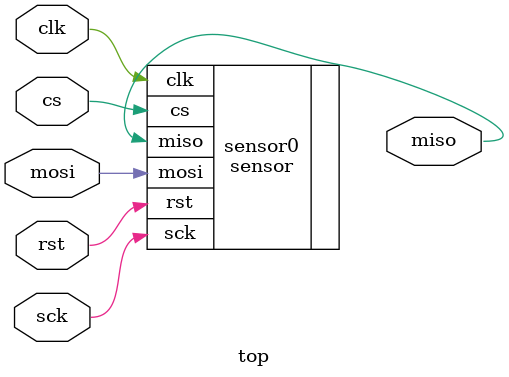
<source format=sv>
/* Copyright 2020 Jason Bakos, Philip Conrad, Charles Daniels */

module top(
	input logic clk,
	input logic rst,
	input logic cs,
	input logic sck,
	input logic mosi,
	output logic miso);

sensor sensor0 (
	.clk(clk),
	.rst(rst),
	.cs(cs),
	.sck(sck),
	.mosi(mosi),
	.miso(miso)
);

endmodule

</source>
